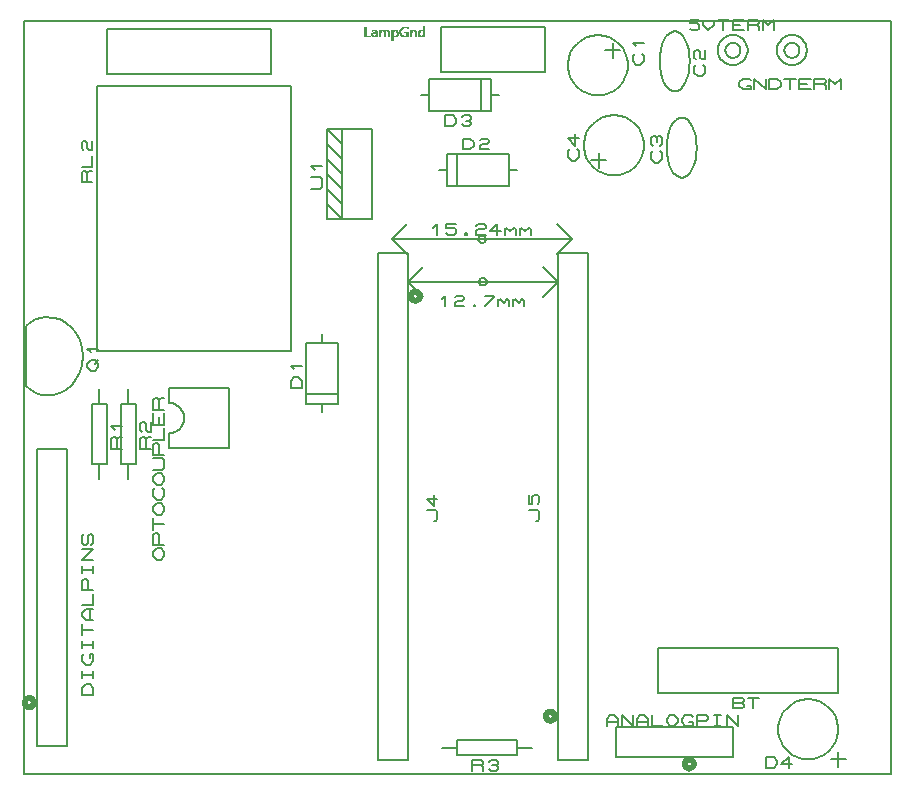
<source format=gbr>
G04 PROTEUS GERBER X2 FILE*
%TF.GenerationSoftware,Labcenter,Proteus,8.6-SP2-Build23525*%
%TF.CreationDate,2020-11-14T07:55:46+00:00*%
%TF.FileFunction,Legend,Top*%
%TF.FilePolarity,Positive*%
%TF.Part,Single*%
%FSLAX45Y45*%
%MOMM*%
G01*
%TA.AperFunction,Material*%
%ADD27C,0.508000*%
%ADD28C,0.152400*%
%ADD29C,0.203200*%
%TA.AperFunction,Profile*%
%ADD24C,0.203200*%
%TA.AperFunction,NonMaterial*%
%ADD72C,0.203200*%
%TA.AperFunction,Material*%
%ADD73C,0.063500*%
%TD.AperFunction*%
D27*
X+2101600Y+1917000D02*
X+2101469Y+1920158D01*
X+2100403Y+1926476D01*
X+2098172Y+1932794D01*
X+2094527Y+1939112D01*
X+2088952Y+1945351D01*
X+2082634Y+1949947D01*
X+2076316Y+1952880D01*
X+2069998Y+1954542D01*
X+2063680Y+1955100D01*
X+2063500Y+1955100D01*
X+2025400Y+1917000D02*
X+2025531Y+1920158D01*
X+2026597Y+1926476D01*
X+2028828Y+1932794D01*
X+2032473Y+1939112D01*
X+2038048Y+1945351D01*
X+2044366Y+1949947D01*
X+2050684Y+1952880D01*
X+2057002Y+1954542D01*
X+2063320Y+1955100D01*
X+2063500Y+1955100D01*
X+2025400Y+1917000D02*
X+2025531Y+1913842D01*
X+2026597Y+1907524D01*
X+2028828Y+1901206D01*
X+2032473Y+1894888D01*
X+2038048Y+1888649D01*
X+2044366Y+1884053D01*
X+2050684Y+1881120D01*
X+2057002Y+1879458D01*
X+2063320Y+1878900D01*
X+2063500Y+1878900D01*
X+2101600Y+1917000D02*
X+2101469Y+1913842D01*
X+2100403Y+1907524D01*
X+2098172Y+1901206D01*
X+2094527Y+1894888D01*
X+2088952Y+1888649D01*
X+2082634Y+1884053D01*
X+2076316Y+1881120D01*
X+2069998Y+1879458D01*
X+2063680Y+1878900D01*
X+2063500Y+1878900D01*
D28*
X+1746000Y+2285300D02*
X+1746000Y-2007300D01*
X+2000000Y-2007300D01*
X+2000000Y+2285300D01*
X+1746000Y+2285300D01*
D29*
X+2218440Y+12000D02*
X+2233680Y+12000D01*
X+2248920Y+27875D01*
X+2248920Y+91375D01*
X+2233680Y+107250D01*
X+2157480Y+107250D01*
X+2218440Y+234250D02*
X+2218440Y+139000D01*
X+2157480Y+202500D01*
X+2248920Y+202500D01*
D27*
X+3244600Y-1639000D02*
X+3244469Y-1635842D01*
X+3243403Y-1629524D01*
X+3241172Y-1623206D01*
X+3237527Y-1616888D01*
X+3231952Y-1610649D01*
X+3225634Y-1606053D01*
X+3219316Y-1603120D01*
X+3212998Y-1601458D01*
X+3206680Y-1600900D01*
X+3206500Y-1600900D01*
X+3168400Y-1639000D02*
X+3168531Y-1635842D01*
X+3169597Y-1629524D01*
X+3171828Y-1623206D01*
X+3175473Y-1616888D01*
X+3181048Y-1610649D01*
X+3187366Y-1606053D01*
X+3193684Y-1603120D01*
X+3200002Y-1601458D01*
X+3206320Y-1600900D01*
X+3206500Y-1600900D01*
X+3168400Y-1639000D02*
X+3168531Y-1642158D01*
X+3169597Y-1648476D01*
X+3171828Y-1654794D01*
X+3175473Y-1661112D01*
X+3181048Y-1667351D01*
X+3187366Y-1671947D01*
X+3193684Y-1674880D01*
X+3200002Y-1676542D01*
X+3206320Y-1677100D01*
X+3206500Y-1677100D01*
X+3244600Y-1639000D02*
X+3244469Y-1642158D01*
X+3243403Y-1648476D01*
X+3241172Y-1654794D01*
X+3237527Y-1661112D01*
X+3231952Y-1667351D01*
X+3225634Y-1671947D01*
X+3219316Y-1674880D01*
X+3212998Y-1676542D01*
X+3206680Y-1677100D01*
X+3206500Y-1677100D01*
D28*
X+3524000Y-2007300D02*
X+3524000Y+2285300D01*
X+3270000Y+2285300D01*
X+3270000Y-2007300D01*
X+3524000Y-2007300D01*
D29*
X+3082040Y+12000D02*
X+3097280Y+12000D01*
X+3112520Y+27875D01*
X+3112520Y+91375D01*
X+3097280Y+107250D01*
X+3021080Y+107250D01*
X+3021080Y+234250D02*
X+3021080Y+154875D01*
X+3051560Y+154875D01*
X+3051560Y+218375D01*
X+3066800Y+234250D01*
X+3097280Y+234250D01*
X+3112520Y+218375D01*
X+3112520Y+170750D01*
X+3097280Y+154875D01*
X+4115000Y-1440500D02*
X+5639000Y-1440500D01*
X+5639000Y-1059500D01*
X+4115000Y-1059500D01*
X+4115000Y-1440500D01*
X+4750000Y-1572580D02*
X+4750000Y-1481140D01*
X+4829375Y-1481140D01*
X+4845250Y-1496380D01*
X+4845250Y-1511620D01*
X+4829375Y-1526860D01*
X+4845250Y-1542100D01*
X+4845250Y-1557340D01*
X+4829375Y-1572580D01*
X+4750000Y-1572580D01*
X+4750000Y-1526860D02*
X+4829375Y-1526860D01*
X+4877000Y-1481140D02*
X+4972250Y-1481140D01*
X+4924625Y-1481140D02*
X+4924625Y-1572580D01*
D24*
X-1250000Y-2127000D02*
X+6087000Y-2127000D01*
X+6087000Y+4250000D01*
X-1250000Y+4250000D01*
X-1250000Y-2127000D01*
D72*
X+1865000Y+2401000D02*
X+3389000Y+2401000D01*
X+1865000Y+2401000D02*
X+1992000Y+2274000D01*
X+1865000Y+2401000D02*
X+1992000Y+2528000D01*
X+3389000Y+2401000D02*
X+3262000Y+2528000D01*
X+3389000Y+2401000D02*
X+3262000Y+2274000D01*
X+2658750Y+2401000D02*
X+2658641Y+2403634D01*
X+2657751Y+2408903D01*
X+2655889Y+2414172D01*
X+2652846Y+2419441D01*
X+2648191Y+2424643D01*
X+2642922Y+2428469D01*
X+2637653Y+2430909D01*
X+2632384Y+2432290D01*
X+2627115Y+2432750D01*
X+2627000Y+2432750D01*
X+2595250Y+2401000D02*
X+2595359Y+2403634D01*
X+2596249Y+2408903D01*
X+2598111Y+2414172D01*
X+2601154Y+2419441D01*
X+2605809Y+2424643D01*
X+2611078Y+2428469D01*
X+2616347Y+2430909D01*
X+2621616Y+2432290D01*
X+2626885Y+2432750D01*
X+2627000Y+2432750D01*
X+2595250Y+2401000D02*
X+2595359Y+2398366D01*
X+2596249Y+2393097D01*
X+2598111Y+2387828D01*
X+2601154Y+2382559D01*
X+2605809Y+2377357D01*
X+2611078Y+2373531D01*
X+2616347Y+2371091D01*
X+2621616Y+2369710D01*
X+2626885Y+2369250D01*
X+2627000Y+2369250D01*
X+2658750Y+2401000D02*
X+2658641Y+2398366D01*
X+2657751Y+2393097D01*
X+2655889Y+2387828D01*
X+2652846Y+2382559D01*
X+2648191Y+2377357D01*
X+2642922Y+2373531D01*
X+2637653Y+2371091D01*
X+2632384Y+2369710D01*
X+2627115Y+2369250D01*
X+2627000Y+2369250D01*
X+2214250Y+2498600D02*
X+2246000Y+2529080D01*
X+2246000Y+2437640D01*
X+2404750Y+2529080D02*
X+2325375Y+2529080D01*
X+2325375Y+2498600D01*
X+2388875Y+2498600D01*
X+2404750Y+2483360D01*
X+2404750Y+2452880D01*
X+2388875Y+2437640D01*
X+2341250Y+2437640D01*
X+2325375Y+2452880D01*
X+2484125Y+2452880D02*
X+2500000Y+2452880D01*
X+2500000Y+2437640D01*
X+2484125Y+2437640D01*
X+2484125Y+2452880D01*
X+2579375Y+2513840D02*
X+2595250Y+2529080D01*
X+2642875Y+2529080D01*
X+2658750Y+2513840D01*
X+2658750Y+2498600D01*
X+2642875Y+2483360D01*
X+2595250Y+2483360D01*
X+2579375Y+2468120D01*
X+2579375Y+2437640D01*
X+2658750Y+2437640D01*
X+2785750Y+2468120D02*
X+2690500Y+2468120D01*
X+2754000Y+2529080D01*
X+2754000Y+2437640D01*
X+2817500Y+2437640D02*
X+2817500Y+2498600D01*
X+2817500Y+2483360D02*
X+2833375Y+2498600D01*
X+2865125Y+2468120D01*
X+2896875Y+2498600D01*
X+2912750Y+2483360D01*
X+2912750Y+2437640D01*
X+2944500Y+2437640D02*
X+2944500Y+2498600D01*
X+2944500Y+2483360D02*
X+2960375Y+2498600D01*
X+2992125Y+2468120D01*
X+3023875Y+2498600D01*
X+3039750Y+2483360D01*
X+3039750Y+2437640D01*
X+2000000Y+2040000D02*
X+3270000Y+2040000D01*
X+2000000Y+2040000D02*
X+2127000Y+1913000D01*
X+2000000Y+2040000D02*
X+2127000Y+2167000D01*
X+3270000Y+2040000D02*
X+3143000Y+2167000D01*
X+3270000Y+2040000D02*
X+3143000Y+1913000D01*
X+2666750Y+2040000D02*
X+2666641Y+2042634D01*
X+2665751Y+2047903D01*
X+2663889Y+2053172D01*
X+2660846Y+2058441D01*
X+2656191Y+2063643D01*
X+2650922Y+2067469D01*
X+2645653Y+2069909D01*
X+2640384Y+2071290D01*
X+2635115Y+2071750D01*
X+2635000Y+2071750D01*
X+2603250Y+2040000D02*
X+2603359Y+2042634D01*
X+2604249Y+2047903D01*
X+2606111Y+2053172D01*
X+2609154Y+2058441D01*
X+2613809Y+2063643D01*
X+2619078Y+2067469D01*
X+2624347Y+2069909D01*
X+2629616Y+2071290D01*
X+2634885Y+2071750D01*
X+2635000Y+2071750D01*
X+2603250Y+2040000D02*
X+2603359Y+2037366D01*
X+2604249Y+2032097D01*
X+2606111Y+2026828D01*
X+2609154Y+2021559D01*
X+2613809Y+2016357D01*
X+2619078Y+2012531D01*
X+2624347Y+2010091D01*
X+2629616Y+2008710D01*
X+2634885Y+2008250D01*
X+2635000Y+2008250D01*
X+2666750Y+2040000D02*
X+2666641Y+2037366D01*
X+2665751Y+2032097D01*
X+2663889Y+2026828D01*
X+2660846Y+2021559D01*
X+2656191Y+2016357D01*
X+2650922Y+2012531D01*
X+2645653Y+2010091D01*
X+2640384Y+2008710D01*
X+2635115Y+2008250D01*
X+2635000Y+2008250D01*
X+2285750Y+1891600D02*
X+2317500Y+1922080D01*
X+2317500Y+1830640D01*
X+2396875Y+1906840D02*
X+2412750Y+1922080D01*
X+2460375Y+1922080D01*
X+2476250Y+1906840D01*
X+2476250Y+1891600D01*
X+2460375Y+1876360D01*
X+2412750Y+1876360D01*
X+2396875Y+1861120D01*
X+2396875Y+1830640D01*
X+2476250Y+1830640D01*
X+2555625Y+1845880D02*
X+2571500Y+1845880D01*
X+2571500Y+1830640D01*
X+2555625Y+1830640D01*
X+2555625Y+1845880D01*
X+2650875Y+1922080D02*
X+2730250Y+1922080D01*
X+2730250Y+1906840D01*
X+2650875Y+1830640D01*
X+2762000Y+1830640D02*
X+2762000Y+1891600D01*
X+2762000Y+1876360D02*
X+2777875Y+1891600D01*
X+2809625Y+1861120D01*
X+2841375Y+1891600D01*
X+2857250Y+1876360D01*
X+2857250Y+1830640D01*
X+2889000Y+1830640D02*
X+2889000Y+1891600D01*
X+2889000Y+1876360D02*
X+2904875Y+1891600D01*
X+2936625Y+1861120D01*
X+2968375Y+1891600D01*
X+2984250Y+1876360D01*
X+2984250Y+1830640D01*
D29*
X+2278000Y+3817000D02*
X+3163000Y+3817000D01*
X+3163000Y+4198000D01*
X+2278000Y+4198000D01*
X+2278000Y+3817000D01*
X-631000Y+1450000D02*
X+1009000Y+1450000D01*
X+1009000Y+3700000D01*
X-631000Y+3700000D01*
X-631000Y+1450000D01*
X-671640Y+2884500D02*
X-763080Y+2884500D01*
X-763080Y+2963875D01*
X-747840Y+2979750D01*
X-732600Y+2979750D01*
X-717360Y+2963875D01*
X-717360Y+2884500D01*
X-717360Y+2963875D02*
X-702120Y+2979750D01*
X-671640Y+2979750D01*
X-763080Y+3011500D02*
X-671640Y+3011500D01*
X-671640Y+3106750D01*
X-747840Y+3154375D02*
X-763080Y+3170250D01*
X-763080Y+3217875D01*
X-747840Y+3233750D01*
X-732600Y+3233750D01*
X-717360Y+3217875D01*
X-717360Y+3170250D01*
X-702120Y+3154375D01*
X-671640Y+3154375D01*
X-671640Y+3233750D01*
X-24000Y+1012000D02*
X-24000Y+1139000D01*
X+484000Y+1139000D01*
X+484000Y+631000D01*
X-24000Y+631000D01*
X-24000Y+758000D01*
X+103000Y+885000D02*
X+100564Y+910876D01*
X+93515Y+934848D01*
X+82238Y+956438D01*
X+67122Y+975170D01*
X+48554Y+990569D01*
X+26919Y+1002158D01*
X+2606Y+1009460D01*
X-24000Y+1012000D01*
X+103000Y+885000D02*
X+100564Y+858394D01*
X+93515Y+834081D01*
X+82238Y+812446D01*
X+67122Y+793878D01*
X+48554Y+778762D01*
X+26919Y+767485D01*
X+2606Y+760436D01*
X-24000Y+758000D01*
X-125600Y-313500D02*
X-156080Y-281750D01*
X-156080Y-250000D01*
X-125600Y-218250D01*
X-95120Y-218250D01*
X-64640Y-250000D01*
X-64640Y-281750D01*
X-95120Y-313500D01*
X-125600Y-313500D01*
X-64640Y-186500D02*
X-156080Y-186500D01*
X-156080Y-107125D01*
X-140840Y-91250D01*
X-125600Y-91250D01*
X-110360Y-107125D01*
X-110360Y-186500D01*
X-156080Y-59500D02*
X-156080Y+35750D01*
X-156080Y-11875D02*
X-64640Y-11875D01*
X-125600Y+67500D02*
X-156080Y+99250D01*
X-156080Y+131000D01*
X-125600Y+162750D01*
X-95120Y+162750D01*
X-64640Y+131000D01*
X-64640Y+99250D01*
X-95120Y+67500D01*
X-125600Y+67500D01*
X-79880Y+289750D02*
X-64640Y+273875D01*
X-64640Y+226250D01*
X-95120Y+194500D01*
X-125600Y+194500D01*
X-156080Y+226250D01*
X-156080Y+273875D01*
X-140840Y+289750D01*
X-125600Y+321500D02*
X-156080Y+353250D01*
X-156080Y+385000D01*
X-125600Y+416750D01*
X-95120Y+416750D01*
X-64640Y+385000D01*
X-64640Y+353250D01*
X-95120Y+321500D01*
X-125600Y+321500D01*
X-156080Y+448500D02*
X-79880Y+448500D01*
X-64640Y+464375D01*
X-64640Y+527875D01*
X-79880Y+543750D01*
X-156080Y+543750D01*
X-64640Y+575500D02*
X-156080Y+575500D01*
X-156080Y+654875D01*
X-140840Y+670750D01*
X-125600Y+670750D01*
X-110360Y+654875D01*
X-110360Y+575500D01*
X-156080Y+702500D02*
X-64640Y+702500D01*
X-64640Y+797750D01*
X-64640Y+924750D02*
X-64640Y+829500D01*
X-156080Y+829500D01*
X-156080Y+924750D01*
X-110360Y+829500D02*
X-110360Y+893000D01*
X-64640Y+956500D02*
X-156080Y+956500D01*
X-156080Y+1035875D01*
X-140840Y+1051750D01*
X-125600Y+1051750D01*
X-110360Y+1035875D01*
X-110360Y+956500D01*
X-110360Y+1035875D02*
X-95120Y+1051750D01*
X-64640Y+1051750D01*
X-548000Y+3802000D02*
X+837000Y+3802000D01*
X+837000Y+4183000D01*
X-548000Y+4183000D01*
X-548000Y+3802000D01*
X+1441000Y+2575000D02*
X+1695000Y+2575000D01*
X+1695000Y+3337000D01*
X+1441000Y+3337000D01*
X+1441000Y+2575000D01*
X+1314000Y+2575000D01*
X+1314000Y+3337000D01*
X+1441000Y+3337000D01*
X+1441000Y+2575000D02*
X+1314000Y+2702000D01*
X+1441000Y+2702000D02*
X+1314000Y+2829000D01*
X+1441000Y+2829000D02*
X+1314000Y+2956000D01*
X+1441000Y+2956000D02*
X+1314000Y+3083000D01*
X+1441000Y+3083000D02*
X+1314000Y+3210000D01*
X+1441000Y+3210000D02*
X+1314000Y+3337000D01*
X+1181920Y+2829000D02*
X+1258120Y+2829000D01*
X+1273360Y+2844875D01*
X+1273360Y+2908375D01*
X+1258120Y+2924250D01*
X+1181920Y+2924250D01*
X+1212400Y+2987750D02*
X+1181920Y+3019500D01*
X+1273360Y+3019500D01*
X-1237100Y+1663000D02*
X-1237100Y+1155000D01*
X-1072000Y+1739200D02*
X-1110298Y+1734438D01*
X-1149788Y+1720150D01*
X-1191658Y+1696338D01*
X-1237100Y+1663000D01*
X-1072000Y+1739200D02*
X-1007082Y+1736569D01*
X-947047Y+1720088D01*
X-893058Y+1691161D01*
X-846278Y+1651193D01*
X-807869Y+1601588D01*
X-778995Y+1543751D01*
X-760818Y+1479087D01*
X-754500Y+1409000D01*
X-1072000Y+1078800D02*
X-1110298Y+1083562D01*
X-1149788Y+1097850D01*
X-1191658Y+1121662D01*
X-1237100Y+1155000D01*
X-1072000Y+1078800D02*
X-1007082Y+1081431D01*
X-947047Y+1097912D01*
X-893058Y+1126839D01*
X-846278Y+1166807D01*
X-807869Y+1216412D01*
X-778995Y+1274249D01*
X-760818Y+1338913D01*
X-754500Y+1409000D01*
X-683380Y+1282000D02*
X-713860Y+1313750D01*
X-713860Y+1345500D01*
X-683380Y+1377250D01*
X-652900Y+1377250D01*
X-622420Y+1345500D01*
X-622420Y+1313750D01*
X-652900Y+1282000D01*
X-683380Y+1282000D01*
X-652900Y+1345500D02*
X-622420Y+1377250D01*
X-683380Y+1440750D02*
X-713860Y+1472500D01*
X-622420Y+1472500D01*
X+1139380Y+1006920D02*
X+1406080Y+1006920D01*
X+1406080Y+1525080D01*
X+1139380Y+1525080D01*
X+1139380Y+1006920D01*
X+1141920Y+1088200D02*
X+1403540Y+1088200D01*
X+1274000Y+935800D02*
X+1274000Y+1006920D01*
X+1274000Y+1525080D02*
X+1274000Y+1596200D01*
X+1098740Y+1139000D02*
X+1007300Y+1139000D01*
X+1007300Y+1202500D01*
X+1037780Y+1234250D01*
X+1068260Y+1234250D01*
X+1098740Y+1202500D01*
X+1098740Y+1139000D01*
X+1037780Y+1297750D02*
X+1007300Y+1329500D01*
X+1098740Y+1329500D01*
X+2332920Y+2852920D02*
X+2851080Y+2852920D01*
X+2851080Y+3119620D01*
X+2332920Y+3119620D01*
X+2332920Y+2852920D01*
X+2414200Y+3117080D02*
X+2414200Y+2855460D01*
X+2261800Y+2985000D02*
X+2332920Y+2985000D01*
X+2851080Y+2985000D02*
X+2922200Y+2985000D01*
X+2465000Y+3160260D02*
X+2465000Y+3251700D01*
X+2528500Y+3251700D01*
X+2560250Y+3221220D01*
X+2560250Y+3190740D01*
X+2528500Y+3160260D01*
X+2465000Y+3160260D01*
X+2607875Y+3236460D02*
X+2623750Y+3251700D01*
X+2671375Y+3251700D01*
X+2687250Y+3236460D01*
X+2687250Y+3221220D01*
X+2671375Y+3205980D01*
X+2623750Y+3205980D01*
X+2607875Y+3190740D01*
X+2607875Y+3160260D01*
X+2687250Y+3160260D01*
X+2181920Y+3488380D02*
X+2700080Y+3488380D01*
X+2700080Y+3755080D01*
X+2181920Y+3755080D01*
X+2181920Y+3488380D01*
X+2618800Y+3490920D02*
X+2618800Y+3752540D01*
X+2771200Y+3623000D02*
X+2700080Y+3623000D01*
X+2181920Y+3623000D02*
X+2110800Y+3623000D01*
X+2314000Y+3356300D02*
X+2314000Y+3447740D01*
X+2377500Y+3447740D01*
X+2409250Y+3417260D01*
X+2409250Y+3386780D01*
X+2377500Y+3356300D01*
X+2314000Y+3356300D01*
X+2456875Y+3432500D02*
X+2472750Y+3447740D01*
X+2520375Y+3447740D01*
X+2536250Y+3432500D01*
X+2536250Y+3417260D01*
X+2520375Y+3402020D01*
X+2536250Y+3386780D01*
X+2536250Y+3371540D01*
X+2520375Y+3356300D01*
X+2472750Y+3356300D01*
X+2456875Y+3371540D01*
X+2488625Y+3402020D02*
X+2520375Y+3402020D01*
D73*
X+1859220Y+4086914D02*
X+1869380Y+4086914D01*
X+1859220Y+4091994D02*
X+1869380Y+4091994D01*
X+1859220Y+4097074D02*
X+1869380Y+4097074D01*
X+1859220Y+4102154D02*
X+1869380Y+4102154D01*
X+1859220Y+4107234D02*
X+1869380Y+4107234D01*
X+1859220Y+4112314D02*
X+1869380Y+4112314D01*
X+1630620Y+4117394D02*
X+1681420Y+4117394D01*
X+1696660Y+4117394D02*
X+1716980Y+4117394D01*
X+1727140Y+4117394D02*
X+1737300Y+4117394D01*
X+1752540Y+4117394D02*
X+1762700Y+4117394D01*
X+1793180Y+4117394D02*
X+1803340Y+4117394D01*
X+1828740Y+4117394D02*
X+1838900Y+4117394D01*
X+1859220Y+4117394D02*
X+1869380Y+4117394D01*
X+1879540Y+4117394D02*
X+1899860Y+4117394D01*
X+1950660Y+4117394D02*
X+1986220Y+4117394D01*
X+2016700Y+4117394D02*
X+2026860Y+4117394D01*
X+2057340Y+4117394D02*
X+2067500Y+4117394D01*
X+2097980Y+4117394D02*
X+2118300Y+4117394D01*
X+2128460Y+4117394D02*
X+2138620Y+4117394D01*
X+1630620Y+4122474D02*
X+1681420Y+4122474D01*
X+1691580Y+4122474D02*
X+1722060Y+4122474D01*
X+1727140Y+4122474D02*
X+1737300Y+4122474D01*
X+1752540Y+4122474D02*
X+1762700Y+4122474D01*
X+1793180Y+4122474D02*
X+1803340Y+4122474D01*
X+1828740Y+4122474D02*
X+1838900Y+4122474D01*
X+1859220Y+4122474D02*
X+1904940Y+4122474D01*
X+1940500Y+4122474D02*
X+1996380Y+4122474D01*
X+2016700Y+4122474D02*
X+2026860Y+4122474D01*
X+2057340Y+4122474D02*
X+2067500Y+4122474D01*
X+2087820Y+4122474D02*
X+2123380Y+4122474D01*
X+2128460Y+4122474D02*
X+2138620Y+4122474D01*
X+1630620Y+4127554D02*
X+1640780Y+4127554D01*
X+1686500Y+4127554D02*
X+1701740Y+4127554D01*
X+1716980Y+4127554D02*
X+1737300Y+4127554D01*
X+1752540Y+4127554D02*
X+1762700Y+4127554D01*
X+1793180Y+4127554D02*
X+1803340Y+4127554D01*
X+1828740Y+4127554D02*
X+1838900Y+4127554D01*
X+1859220Y+4127554D02*
X+1874460Y+4127554D01*
X+1894780Y+4127554D02*
X+1910020Y+4127554D01*
X+1935420Y+4127554D02*
X+1955740Y+4127554D01*
X+1981140Y+4127554D02*
X+1996380Y+4127554D01*
X+2016700Y+4127554D02*
X+2026860Y+4127554D01*
X+2057340Y+4127554D02*
X+2067500Y+4127554D01*
X+2087820Y+4127554D02*
X+2103060Y+4127554D01*
X+2118300Y+4127554D02*
X+2138620Y+4127554D01*
X+1630620Y+4132634D02*
X+1640780Y+4132634D01*
X+1686500Y+4132634D02*
X+1696660Y+4132634D01*
X+1722060Y+4132634D02*
X+1737300Y+4132634D01*
X+1752540Y+4132634D02*
X+1762700Y+4132634D01*
X+1793180Y+4132634D02*
X+1803340Y+4132634D01*
X+1828740Y+4132634D02*
X+1838900Y+4132634D01*
X+1859220Y+4132634D02*
X+1869380Y+4132634D01*
X+1899860Y+4132634D02*
X+1915100Y+4132634D01*
X+1930340Y+4132634D02*
X+1945580Y+4132634D01*
X+1986220Y+4132634D02*
X+1996380Y+4132634D01*
X+2016700Y+4132634D02*
X+2026860Y+4132634D01*
X+2057340Y+4132634D02*
X+2067500Y+4132634D01*
X+2082740Y+4132634D02*
X+2097980Y+4132634D01*
X+2123380Y+4132634D02*
X+2138620Y+4132634D01*
X+1630620Y+4137714D02*
X+1640780Y+4137714D01*
X+1686500Y+4137714D02*
X+1696660Y+4137714D01*
X+1727140Y+4137714D02*
X+1737300Y+4137714D01*
X+1752540Y+4137714D02*
X+1762700Y+4137714D01*
X+1793180Y+4137714D02*
X+1803340Y+4137714D01*
X+1828740Y+4137714D02*
X+1838900Y+4137714D01*
X+1859220Y+4137714D02*
X+1869380Y+4137714D01*
X+1904940Y+4137714D02*
X+1915100Y+4137714D01*
X+1930340Y+4137714D02*
X+1940500Y+4137714D01*
X+1986220Y+4137714D02*
X+1996380Y+4137714D01*
X+2016700Y+4137714D02*
X+2026860Y+4137714D01*
X+2057340Y+4137714D02*
X+2067500Y+4137714D01*
X+2082740Y+4137714D02*
X+2092900Y+4137714D01*
X+2128460Y+4137714D02*
X+2138620Y+4137714D01*
X+1630620Y+4142794D02*
X+1640780Y+4142794D01*
X+1686500Y+4142794D02*
X+1706820Y+4142794D01*
X+1727140Y+4142794D02*
X+1737300Y+4142794D01*
X+1752540Y+4142794D02*
X+1762700Y+4142794D01*
X+1793180Y+4142794D02*
X+1803340Y+4142794D01*
X+1828740Y+4142794D02*
X+1838900Y+4142794D01*
X+1859220Y+4142794D02*
X+1869380Y+4142794D01*
X+1904940Y+4142794D02*
X+1915100Y+4142794D01*
X+1925260Y+4142794D02*
X+1940500Y+4142794D01*
X+1986220Y+4142794D02*
X+1996380Y+4142794D01*
X+2016700Y+4142794D02*
X+2026860Y+4142794D01*
X+2057340Y+4142794D02*
X+2067500Y+4142794D01*
X+2082740Y+4142794D02*
X+2092900Y+4142794D01*
X+2128460Y+4142794D02*
X+2138620Y+4142794D01*
X+1630620Y+4147874D02*
X+1640780Y+4147874D01*
X+1691580Y+4147874D02*
X+1737300Y+4147874D01*
X+1752540Y+4147874D02*
X+1762700Y+4147874D01*
X+1793180Y+4147874D02*
X+1803340Y+4147874D01*
X+1828740Y+4147874D02*
X+1838900Y+4147874D01*
X+1859220Y+4147874D02*
X+1869380Y+4147874D01*
X+1904940Y+4147874D02*
X+1915100Y+4147874D01*
X+1925260Y+4147874D02*
X+1935420Y+4147874D01*
X+1986220Y+4147874D02*
X+1996380Y+4147874D01*
X+2016700Y+4147874D02*
X+2026860Y+4147874D01*
X+2057340Y+4147874D02*
X+2067500Y+4147874D01*
X+2082740Y+4147874D02*
X+2092900Y+4147874D01*
X+2128460Y+4147874D02*
X+2138620Y+4147874D01*
X+1630620Y+4152954D02*
X+1640780Y+4152954D01*
X+1706820Y+4152954D02*
X+1737300Y+4152954D01*
X+1752540Y+4152954D02*
X+1762700Y+4152954D01*
X+1793180Y+4152954D02*
X+1803340Y+4152954D01*
X+1828740Y+4152954D02*
X+1838900Y+4152954D01*
X+1859220Y+4152954D02*
X+1869380Y+4152954D01*
X+1904940Y+4152954D02*
X+1915100Y+4152954D01*
X+1925260Y+4152954D02*
X+1935420Y+4152954D01*
X+1965900Y+4152954D02*
X+1996380Y+4152954D01*
X+2016700Y+4152954D02*
X+2026860Y+4152954D01*
X+2057340Y+4152954D02*
X+2067500Y+4152954D01*
X+2082740Y+4152954D02*
X+2092900Y+4152954D01*
X+2128460Y+4152954D02*
X+2138620Y+4152954D01*
X+1630620Y+4158034D02*
X+1640780Y+4158034D01*
X+1727140Y+4158034D02*
X+1737300Y+4158034D01*
X+1752540Y+4158034D02*
X+1767780Y+4158034D01*
X+1793180Y+4158034D02*
X+1808420Y+4158034D01*
X+1828740Y+4158034D02*
X+1838900Y+4158034D01*
X+1859220Y+4158034D02*
X+1874460Y+4158034D01*
X+1899860Y+4158034D02*
X+1915100Y+4158034D01*
X+1925260Y+4158034D02*
X+1935420Y+4158034D01*
X+1965900Y+4158034D02*
X+1996380Y+4158034D01*
X+2016700Y+4158034D02*
X+2031940Y+4158034D01*
X+2057340Y+4158034D02*
X+2067500Y+4158034D01*
X+2082740Y+4158034D02*
X+2097980Y+4158034D01*
X+2128460Y+4158034D02*
X+2138620Y+4158034D01*
X+1630620Y+4163114D02*
X+1640780Y+4163114D01*
X+1691580Y+4163114D02*
X+1696660Y+4163114D01*
X+1722060Y+4163114D02*
X+1737300Y+4163114D01*
X+1752540Y+4163114D02*
X+1767780Y+4163114D01*
X+1788100Y+4163114D02*
X+1808420Y+4163114D01*
X+1823660Y+4163114D02*
X+1838900Y+4163114D01*
X+1859220Y+4163114D02*
X+1879540Y+4163114D01*
X+1899860Y+4163114D02*
X+1910020Y+4163114D01*
X+1925260Y+4163114D02*
X+1935420Y+4163114D01*
X+2016700Y+4163114D02*
X+2037020Y+4163114D01*
X+2052260Y+4163114D02*
X+2067500Y+4163114D01*
X+2087820Y+4163114D02*
X+2103060Y+4163114D01*
X+2123380Y+4163114D02*
X+2138620Y+4163114D01*
X+1630620Y+4168194D02*
X+1640780Y+4168194D01*
X+1691580Y+4168194D02*
X+1732220Y+4168194D01*
X+1752540Y+4168194D02*
X+1762700Y+4168194D01*
X+1767780Y+4168194D02*
X+1798260Y+4168194D01*
X+1803340Y+4168194D02*
X+1833820Y+4168194D01*
X+1859220Y+4168194D02*
X+1869380Y+4168194D01*
X+1874460Y+4168194D02*
X+1910020Y+4168194D01*
X+1925260Y+4168194D02*
X+1935420Y+4168194D01*
X+2016700Y+4168194D02*
X+2026860Y+4168194D01*
X+2031940Y+4168194D02*
X+2062420Y+4168194D01*
X+2092900Y+4168194D02*
X+2138620Y+4168194D01*
X+1630620Y+4173274D02*
X+1640780Y+4173274D01*
X+1696660Y+4173274D02*
X+1727140Y+4173274D01*
X+1752540Y+4173274D02*
X+1762700Y+4173274D01*
X+1772860Y+4173274D02*
X+1793180Y+4173274D01*
X+1808420Y+4173274D02*
X+1828740Y+4173274D01*
X+1859220Y+4173274D02*
X+1869380Y+4173274D01*
X+1879540Y+4173274D02*
X+1899860Y+4173274D01*
X+1930340Y+4173274D02*
X+1940500Y+4173274D01*
X+2016700Y+4173274D02*
X+2026860Y+4173274D01*
X+2037020Y+4173274D02*
X+2057340Y+4173274D01*
X+2097980Y+4173274D02*
X+2118300Y+4173274D01*
X+2128460Y+4173274D02*
X+2138620Y+4173274D01*
X+1630620Y+4178354D02*
X+1640780Y+4178354D01*
X+1930340Y+4178354D02*
X+1940500Y+4178354D01*
X+2128460Y+4178354D02*
X+2138620Y+4178354D01*
X+1630620Y+4183434D02*
X+1640780Y+4183434D01*
X+1935420Y+4183434D02*
X+1945580Y+4183434D01*
X+2128460Y+4183434D02*
X+2138620Y+4183434D01*
X+1630620Y+4188514D02*
X+1640780Y+4188514D01*
X+1940500Y+4188514D02*
X+1955740Y+4188514D01*
X+1991300Y+4188514D02*
X+1996380Y+4188514D01*
X+2128460Y+4188514D02*
X+2138620Y+4188514D01*
X+1630620Y+4193594D02*
X+1640780Y+4193594D01*
X+1945580Y+4193594D02*
X+1996380Y+4193594D01*
X+2128460Y+4193594D02*
X+2138620Y+4193594D01*
X+1630620Y+4198674D02*
X+1640780Y+4198674D01*
X+1955740Y+4198674D02*
X+1991300Y+4198674D01*
X+2128460Y+4198674D02*
X+2138620Y+4198674D01*
X+2128460Y+4203754D02*
X+2138620Y+4203754D01*
D29*
X+4258000Y+4160000D02*
X+4283876Y+4154920D01*
X+4307848Y+4140315D01*
X+4329438Y+4117138D01*
X+4348170Y+4086340D01*
X+4363569Y+4048875D01*
X+4375158Y+4005695D01*
X+4382460Y+3957752D01*
X+4385000Y+3906000D01*
X+4258000Y+3652000D02*
X+4283876Y+3657080D01*
X+4307848Y+3671685D01*
X+4329438Y+3694862D01*
X+4348170Y+3725660D01*
X+4363569Y+3763125D01*
X+4375158Y+3806305D01*
X+4382460Y+3854248D01*
X+4385000Y+3906000D01*
X+4258000Y+4160000D02*
X+4232124Y+4154920D01*
X+4208152Y+4140315D01*
X+4186562Y+4117138D01*
X+4167830Y+4086340D01*
X+4152431Y+4048875D01*
X+4140842Y+4005695D01*
X+4133540Y+3957752D01*
X+4131000Y+3906000D01*
X+4258000Y+3652000D02*
X+4232124Y+3657080D01*
X+4208152Y+3671685D01*
X+4186562Y+3694862D01*
X+4167830Y+3725660D01*
X+4152431Y+3763125D01*
X+4140842Y+3806305D01*
X+4133540Y+3854248D01*
X+4131000Y+3906000D01*
X+4501840Y+3874250D02*
X+4517080Y+3858375D01*
X+4517080Y+3810750D01*
X+4486600Y+3779000D01*
X+4456120Y+3779000D01*
X+4425640Y+3810750D01*
X+4425640Y+3858375D01*
X+4440880Y+3874250D01*
X+4440880Y+3921875D02*
X+4425640Y+3937750D01*
X+4425640Y+3985375D01*
X+4440880Y+4001250D01*
X+4456120Y+4001250D01*
X+4471360Y+3985375D01*
X+4471360Y+3937750D01*
X+4486600Y+3921875D01*
X+4517080Y+3921875D01*
X+4517080Y+4001250D01*
X+3862000Y+3872000D02*
X+3861173Y+3892483D01*
X+3854455Y+3933450D01*
X+3840437Y+3974417D01*
X+3817659Y+4015384D01*
X+3782859Y+4056229D01*
X+3741892Y+4087845D01*
X+3700925Y+4108392D01*
X+3659958Y+4120629D01*
X+3618991Y+4125762D01*
X+3608000Y+4126000D01*
X+3354000Y+3872000D02*
X+3354827Y+3892483D01*
X+3361545Y+3933450D01*
X+3375563Y+3974417D01*
X+3398341Y+4015384D01*
X+3433141Y+4056229D01*
X+3474108Y+4087845D01*
X+3515075Y+4108392D01*
X+3556042Y+4120629D01*
X+3597009Y+4125762D01*
X+3608000Y+4126000D01*
X+3354000Y+3872000D02*
X+3354827Y+3851517D01*
X+3361545Y+3810550D01*
X+3375563Y+3769583D01*
X+3398341Y+3728616D01*
X+3433141Y+3687771D01*
X+3474108Y+3656155D01*
X+3515075Y+3635608D01*
X+3556042Y+3623371D01*
X+3597009Y+3618238D01*
X+3608000Y+3618000D01*
X+3862000Y+3872000D02*
X+3861173Y+3851517D01*
X+3854455Y+3810550D01*
X+3840437Y+3769583D01*
X+3817659Y+3728616D01*
X+3782859Y+3687771D01*
X+3741892Y+3656155D01*
X+3700925Y+3635608D01*
X+3659958Y+3623371D01*
X+3618991Y+3618238D01*
X+3608000Y+3618000D01*
X+3735000Y+4062500D02*
X+3735000Y+3935500D01*
X+3798500Y+3999000D02*
X+3671500Y+3999000D01*
X+3978840Y+3968170D02*
X+3994080Y+3952295D01*
X+3994080Y+3904670D01*
X+3963600Y+3872920D01*
X+3933120Y+3872920D01*
X+3902640Y+3904670D01*
X+3902640Y+3952295D01*
X+3917880Y+3968170D01*
X+3933120Y+4031670D02*
X+3902640Y+4063420D01*
X+3994080Y+4063420D01*
X+3997000Y+3194000D02*
X+3996173Y+3214483D01*
X+3989455Y+3255450D01*
X+3975437Y+3296417D01*
X+3952659Y+3337384D01*
X+3917859Y+3378229D01*
X+3876892Y+3409845D01*
X+3835925Y+3430392D01*
X+3794958Y+3442629D01*
X+3753991Y+3447762D01*
X+3743000Y+3448000D01*
X+3489000Y+3194000D02*
X+3489827Y+3214483D01*
X+3496545Y+3255450D01*
X+3510563Y+3296417D01*
X+3533341Y+3337384D01*
X+3568141Y+3378229D01*
X+3609108Y+3409845D01*
X+3650075Y+3430392D01*
X+3691042Y+3442629D01*
X+3732009Y+3447762D01*
X+3743000Y+3448000D01*
X+3489000Y+3194000D02*
X+3489827Y+3173517D01*
X+3496545Y+3132550D01*
X+3510563Y+3091583D01*
X+3533341Y+3050616D01*
X+3568141Y+3009771D01*
X+3609108Y+2978155D01*
X+3650075Y+2957608D01*
X+3691042Y+2945371D01*
X+3732009Y+2940238D01*
X+3743000Y+2940000D01*
X+3997000Y+3194000D02*
X+3996173Y+3173517D01*
X+3989455Y+3132550D01*
X+3975437Y+3091583D01*
X+3952659Y+3050616D01*
X+3917859Y+3009771D01*
X+3876892Y+2978155D01*
X+3835925Y+2957608D01*
X+3794958Y+2945371D01*
X+3753991Y+2940238D01*
X+3743000Y+2940000D01*
X+3616000Y+3003500D02*
X+3616000Y+3130500D01*
X+3552500Y+3067000D02*
X+3679500Y+3067000D01*
X+3433120Y+3161330D02*
X+3448360Y+3145455D01*
X+3448360Y+3097830D01*
X+3417880Y+3066080D01*
X+3387400Y+3066080D01*
X+3356920Y+3097830D01*
X+3356920Y+3145455D01*
X+3372160Y+3161330D01*
X+3417880Y+3288330D02*
X+3417880Y+3193080D01*
X+3356920Y+3256580D01*
X+3448360Y+3256580D01*
X+4318000Y+2921000D02*
X+4292124Y+2926080D01*
X+4268152Y+2940685D01*
X+4246562Y+2963862D01*
X+4227830Y+2994660D01*
X+4212431Y+3032125D01*
X+4200842Y+3075305D01*
X+4193540Y+3123248D01*
X+4191000Y+3175000D01*
X+4318000Y+3429000D02*
X+4292124Y+3423920D01*
X+4268152Y+3409315D01*
X+4246562Y+3386138D01*
X+4227830Y+3355340D01*
X+4212431Y+3317875D01*
X+4200842Y+3274695D01*
X+4193540Y+3226752D01*
X+4191000Y+3175000D01*
X+4318000Y+2921000D02*
X+4343876Y+2926080D01*
X+4367848Y+2940685D01*
X+4389438Y+2963862D01*
X+4408170Y+2994660D01*
X+4423569Y+3032125D01*
X+4435158Y+3075305D01*
X+4442460Y+3123248D01*
X+4445000Y+3175000D01*
X+4318000Y+3429000D02*
X+4343876Y+3423920D01*
X+4367848Y+3409315D01*
X+4389438Y+3386138D01*
X+4408170Y+3355340D01*
X+4423569Y+3317875D01*
X+4435158Y+3274695D01*
X+4442460Y+3226752D01*
X+4445000Y+3175000D01*
X+4135120Y+3143250D02*
X+4150360Y+3127375D01*
X+4150360Y+3079750D01*
X+4119880Y+3048000D01*
X+4089400Y+3048000D01*
X+4058920Y+3079750D01*
X+4058920Y+3127375D01*
X+4074160Y+3143250D01*
X+4074160Y+3190875D02*
X+4058920Y+3206750D01*
X+4058920Y+3254375D01*
X+4074160Y+3270250D01*
X+4089400Y+3270250D01*
X+4104640Y+3254375D01*
X+4119880Y+3270250D01*
X+4135120Y+3270250D01*
X+4150360Y+3254375D01*
X+4150360Y+3206750D01*
X+4135120Y+3190875D01*
X+4104640Y+3222625D02*
X+4104640Y+3254375D01*
X-369000Y+1135000D02*
X-369000Y+1008000D01*
X-432500Y+500000D02*
X-305500Y+500000D01*
X-305500Y+1008000D01*
X-432500Y+1008000D01*
X-432500Y+500000D01*
X-369000Y+500000D02*
X-369000Y+373000D01*
X-173420Y+627000D02*
X-264860Y+627000D01*
X-264860Y+706375D01*
X-249620Y+722250D01*
X-234380Y+722250D01*
X-219140Y+706375D01*
X-219140Y+627000D01*
X-219140Y+706375D02*
X-203900Y+722250D01*
X-173420Y+722250D01*
X-249620Y+769875D02*
X-264860Y+785750D01*
X-264860Y+833375D01*
X-249620Y+849250D01*
X-234380Y+849250D01*
X-219140Y+833375D01*
X-219140Y+785750D01*
X-203900Y+769875D01*
X-173420Y+769875D01*
X-173420Y+849250D01*
X-615000Y+1135000D02*
X-615000Y+1008000D01*
X-678500Y+500000D02*
X-551500Y+500000D01*
X-551500Y+1008000D01*
X-678500Y+1008000D01*
X-678500Y+500000D01*
X-615000Y+500000D02*
X-615000Y+373000D01*
X-419420Y+627000D02*
X-510860Y+627000D01*
X-510860Y+706375D01*
X-495620Y+722250D01*
X-480380Y+722250D01*
X-465140Y+706375D01*
X-465140Y+627000D01*
X-465140Y+706375D02*
X-449900Y+722250D01*
X-419420Y+722250D01*
X-480380Y+785750D02*
X-510860Y+817500D01*
X-419420Y+817500D01*
X+4877000Y+4000000D02*
X+4876573Y+4010409D01*
X+4873101Y+4031228D01*
X+4865845Y+4052047D01*
X+4854017Y+4072866D01*
X+4835920Y+4093524D01*
X+4815101Y+4109045D01*
X+4794282Y+4119030D01*
X+4773463Y+4124814D01*
X+4752644Y+4126972D01*
X+4750000Y+4127000D01*
X+4623000Y+4000000D02*
X+4623427Y+4010409D01*
X+4626899Y+4031228D01*
X+4634155Y+4052047D01*
X+4645983Y+4072866D01*
X+4664080Y+4093524D01*
X+4684899Y+4109045D01*
X+4705718Y+4119030D01*
X+4726537Y+4124814D01*
X+4747356Y+4126972D01*
X+4750000Y+4127000D01*
X+4623000Y+4000000D02*
X+4623427Y+3989591D01*
X+4626899Y+3968772D01*
X+4634155Y+3947953D01*
X+4645983Y+3927134D01*
X+4664080Y+3906476D01*
X+4684899Y+3890955D01*
X+4705718Y+3880970D01*
X+4726537Y+3875186D01*
X+4747356Y+3873028D01*
X+4750000Y+3873000D01*
X+4877000Y+4000000D02*
X+4876573Y+3989591D01*
X+4873101Y+3968772D01*
X+4865845Y+3947953D01*
X+4854017Y+3927134D01*
X+4835920Y+3906476D01*
X+4815101Y+3890955D01*
X+4794282Y+3880970D01*
X+4773463Y+3875186D01*
X+4752644Y+3873028D01*
X+4750000Y+3873000D01*
X+4813500Y+4000000D02*
X+4813283Y+4005247D01*
X+4811518Y+4015742D01*
X+4807826Y+4026237D01*
X+4801798Y+4036732D01*
X+4792576Y+4047112D01*
X+4782081Y+4054800D01*
X+4771586Y+4059718D01*
X+4761091Y+4062524D01*
X+4750596Y+4063497D01*
X+4750000Y+4063500D01*
X+4686500Y+4000000D02*
X+4686717Y+4005247D01*
X+4688482Y+4015742D01*
X+4692174Y+4026237D01*
X+4698202Y+4036732D01*
X+4707424Y+4047112D01*
X+4717919Y+4054800D01*
X+4728414Y+4059718D01*
X+4738909Y+4062524D01*
X+4749404Y+4063497D01*
X+4750000Y+4063500D01*
X+4686500Y+4000000D02*
X+4686717Y+3994753D01*
X+4688482Y+3984258D01*
X+4692174Y+3973763D01*
X+4698202Y+3963268D01*
X+4707424Y+3952888D01*
X+4717919Y+3945200D01*
X+4728414Y+3940282D01*
X+4738909Y+3937476D01*
X+4749404Y+3936503D01*
X+4750000Y+3936500D01*
X+4813500Y+4000000D02*
X+4813283Y+3994753D01*
X+4811518Y+3984258D01*
X+4807826Y+3973763D01*
X+4801798Y+3963268D01*
X+4792576Y+3952888D01*
X+4782081Y+3945200D01*
X+4771586Y+3940282D01*
X+4761091Y+3937476D01*
X+4750596Y+3936503D01*
X+4750000Y+3936500D01*
X+4464250Y+4259080D02*
X+4384875Y+4259080D01*
X+4384875Y+4228600D01*
X+4448375Y+4228600D01*
X+4464250Y+4213360D01*
X+4464250Y+4182880D01*
X+4448375Y+4167640D01*
X+4400750Y+4167640D01*
X+4384875Y+4182880D01*
X+4496000Y+4259080D02*
X+4496000Y+4213360D01*
X+4543625Y+4167640D01*
X+4591250Y+4213360D01*
X+4591250Y+4259080D01*
X+4623000Y+4259080D02*
X+4718250Y+4259080D01*
X+4670625Y+4259080D02*
X+4670625Y+4167640D01*
X+4845250Y+4167640D02*
X+4750000Y+4167640D01*
X+4750000Y+4259080D01*
X+4845250Y+4259080D01*
X+4750000Y+4213360D02*
X+4813500Y+4213360D01*
X+4877000Y+4167640D02*
X+4877000Y+4259080D01*
X+4956375Y+4259080D01*
X+4972250Y+4243840D01*
X+4972250Y+4228600D01*
X+4956375Y+4213360D01*
X+4877000Y+4213360D01*
X+4956375Y+4213360D02*
X+4972250Y+4198120D01*
X+4972250Y+4167640D01*
X+5004000Y+4167640D02*
X+5004000Y+4259080D01*
X+5051625Y+4213360D01*
X+5099250Y+4259080D01*
X+5099250Y+4167640D01*
X+5377000Y+4000000D02*
X+5376573Y+4010409D01*
X+5373101Y+4031228D01*
X+5365845Y+4052047D01*
X+5354017Y+4072866D01*
X+5335920Y+4093524D01*
X+5315101Y+4109045D01*
X+5294282Y+4119030D01*
X+5273463Y+4124814D01*
X+5252644Y+4126972D01*
X+5250000Y+4127000D01*
X+5123000Y+4000000D02*
X+5123427Y+4010409D01*
X+5126899Y+4031228D01*
X+5134155Y+4052047D01*
X+5145983Y+4072866D01*
X+5164080Y+4093524D01*
X+5184899Y+4109045D01*
X+5205718Y+4119030D01*
X+5226537Y+4124814D01*
X+5247356Y+4126972D01*
X+5250000Y+4127000D01*
X+5123000Y+4000000D02*
X+5123427Y+3989591D01*
X+5126899Y+3968772D01*
X+5134155Y+3947953D01*
X+5145983Y+3927134D01*
X+5164080Y+3906476D01*
X+5184899Y+3890955D01*
X+5205718Y+3880970D01*
X+5226537Y+3875186D01*
X+5247356Y+3873028D01*
X+5250000Y+3873000D01*
X+5377000Y+4000000D02*
X+5376573Y+3989591D01*
X+5373101Y+3968772D01*
X+5365845Y+3947953D01*
X+5354017Y+3927134D01*
X+5335920Y+3906476D01*
X+5315101Y+3890955D01*
X+5294282Y+3880970D01*
X+5273463Y+3875186D01*
X+5252644Y+3873028D01*
X+5250000Y+3873000D01*
X+5313500Y+4000000D02*
X+5313283Y+4005247D01*
X+5311518Y+4015742D01*
X+5307826Y+4026237D01*
X+5301798Y+4036732D01*
X+5292576Y+4047112D01*
X+5282081Y+4054800D01*
X+5271586Y+4059718D01*
X+5261091Y+4062524D01*
X+5250596Y+4063497D01*
X+5250000Y+4063500D01*
X+5186500Y+4000000D02*
X+5186717Y+4005247D01*
X+5188482Y+4015742D01*
X+5192174Y+4026237D01*
X+5198202Y+4036732D01*
X+5207424Y+4047112D01*
X+5217919Y+4054800D01*
X+5228414Y+4059718D01*
X+5238909Y+4062524D01*
X+5249404Y+4063497D01*
X+5250000Y+4063500D01*
X+5186500Y+4000000D02*
X+5186717Y+3994753D01*
X+5188482Y+3984258D01*
X+5192174Y+3973763D01*
X+5198202Y+3963268D01*
X+5207424Y+3952888D01*
X+5217919Y+3945200D01*
X+5228414Y+3940282D01*
X+5238909Y+3937476D01*
X+5249404Y+3936503D01*
X+5250000Y+3936500D01*
X+5313500Y+4000000D02*
X+5313283Y+3994753D01*
X+5311518Y+3984258D01*
X+5307826Y+3973763D01*
X+5301798Y+3963268D01*
X+5292576Y+3952888D01*
X+5282081Y+3945200D01*
X+5271586Y+3940282D01*
X+5261091Y+3937476D01*
X+5250596Y+3936503D01*
X+5250000Y+3936500D01*
X+4869000Y+3698120D02*
X+4900750Y+3698120D01*
X+4900750Y+3667640D01*
X+4837250Y+3667640D01*
X+4805500Y+3698120D01*
X+4805500Y+3728600D01*
X+4837250Y+3759080D01*
X+4884875Y+3759080D01*
X+4900750Y+3743840D01*
X+4932500Y+3667640D02*
X+4932500Y+3759080D01*
X+5027750Y+3667640D01*
X+5027750Y+3759080D01*
X+5059500Y+3667640D02*
X+5059500Y+3759080D01*
X+5123000Y+3759080D01*
X+5154750Y+3728600D01*
X+5154750Y+3698120D01*
X+5123000Y+3667640D01*
X+5059500Y+3667640D01*
X+5186500Y+3759080D02*
X+5281750Y+3759080D01*
X+5234125Y+3759080D02*
X+5234125Y+3667640D01*
X+5408750Y+3667640D02*
X+5313500Y+3667640D01*
X+5313500Y+3759080D01*
X+5408750Y+3759080D01*
X+5313500Y+3713360D02*
X+5377000Y+3713360D01*
X+5440500Y+3667640D02*
X+5440500Y+3759080D01*
X+5519875Y+3759080D01*
X+5535750Y+3743840D01*
X+5535750Y+3728600D01*
X+5519875Y+3713360D01*
X+5440500Y+3713360D01*
X+5519875Y+3713360D02*
X+5535750Y+3698120D01*
X+5535750Y+3667640D01*
X+5567500Y+3667640D02*
X+5567500Y+3759080D01*
X+5615125Y+3713360D01*
X+5662750Y+3759080D01*
X+5662750Y+3667640D01*
D27*
X+4419100Y-2043500D02*
X+4418969Y-2040342D01*
X+4417903Y-2034024D01*
X+4415672Y-2027706D01*
X+4412027Y-2021388D01*
X+4406452Y-2015149D01*
X+4400134Y-2010553D01*
X+4393816Y-2007620D01*
X+4387498Y-2005958D01*
X+4381180Y-2005400D01*
X+4381000Y-2005400D01*
X+4342900Y-2043500D02*
X+4343031Y-2040342D01*
X+4344097Y-2034024D01*
X+4346328Y-2027706D01*
X+4349973Y-2021388D01*
X+4355548Y-2015149D01*
X+4361866Y-2010553D01*
X+4368184Y-2007620D01*
X+4374502Y-2005958D01*
X+4380820Y-2005400D01*
X+4381000Y-2005400D01*
X+4342900Y-2043500D02*
X+4343031Y-2046658D01*
X+4344097Y-2052976D01*
X+4346328Y-2059294D01*
X+4349973Y-2065612D01*
X+4355548Y-2071851D01*
X+4361866Y-2076447D01*
X+4368184Y-2079380D01*
X+4374502Y-2081042D01*
X+4380820Y-2081600D01*
X+4381000Y-2081600D01*
X+4419100Y-2043500D02*
X+4418969Y-2046658D01*
X+4417903Y-2052976D01*
X+4415672Y-2059294D01*
X+4412027Y-2065612D01*
X+4406452Y-2071851D01*
X+4400134Y-2076447D01*
X+4393816Y-2079380D01*
X+4387498Y-2081042D01*
X+4381180Y-2081600D01*
X+4381000Y-2081600D01*
D28*
X+4749300Y-1726000D02*
X+3758700Y-1726000D01*
X+3758700Y-1980000D01*
X+4749300Y-1980000D01*
X+4749300Y-1726000D01*
D29*
X+3682500Y-1720920D02*
X+3682500Y-1659960D01*
X+3714250Y-1629480D01*
X+3746000Y-1629480D01*
X+3777750Y-1659960D01*
X+3777750Y-1720920D01*
X+3682500Y-1690440D02*
X+3777750Y-1690440D01*
X+3809500Y-1720920D02*
X+3809500Y-1629480D01*
X+3904750Y-1720920D01*
X+3904750Y-1629480D01*
X+3936500Y-1720920D02*
X+3936500Y-1659960D01*
X+3968250Y-1629480D01*
X+4000000Y-1629480D01*
X+4031750Y-1659960D01*
X+4031750Y-1720920D01*
X+3936500Y-1690440D02*
X+4031750Y-1690440D01*
X+4063500Y-1629480D02*
X+4063500Y-1720920D01*
X+4158750Y-1720920D01*
X+4190500Y-1659960D02*
X+4222250Y-1629480D01*
X+4254000Y-1629480D01*
X+4285750Y-1659960D01*
X+4285750Y-1690440D01*
X+4254000Y-1720920D01*
X+4222250Y-1720920D01*
X+4190500Y-1690440D01*
X+4190500Y-1659960D01*
X+4381000Y-1690440D02*
X+4412750Y-1690440D01*
X+4412750Y-1720920D01*
X+4349250Y-1720920D01*
X+4317500Y-1690440D01*
X+4317500Y-1659960D01*
X+4349250Y-1629480D01*
X+4396875Y-1629480D01*
X+4412750Y-1644720D01*
X+4444500Y-1720920D02*
X+4444500Y-1629480D01*
X+4523875Y-1629480D01*
X+4539750Y-1644720D01*
X+4539750Y-1659960D01*
X+4523875Y-1675200D01*
X+4444500Y-1675200D01*
X+4587375Y-1629480D02*
X+4650875Y-1629480D01*
X+4619125Y-1629480D02*
X+4619125Y-1720920D01*
X+4587375Y-1720920D02*
X+4650875Y-1720920D01*
X+4698500Y-1720920D02*
X+4698500Y-1629480D01*
X+4793750Y-1720920D01*
X+4793750Y-1629480D01*
X+5643000Y-1750000D02*
X+5642173Y-1729517D01*
X+5635455Y-1688550D01*
X+5621437Y-1647583D01*
X+5598659Y-1606616D01*
X+5563859Y-1565771D01*
X+5522892Y-1534155D01*
X+5481925Y-1513608D01*
X+5440958Y-1501371D01*
X+5399991Y-1496238D01*
X+5389000Y-1496000D01*
X+5135000Y-1750000D02*
X+5135827Y-1729517D01*
X+5142545Y-1688550D01*
X+5156563Y-1647583D01*
X+5179341Y-1606616D01*
X+5214141Y-1565771D01*
X+5255108Y-1534155D01*
X+5296075Y-1513608D01*
X+5337042Y-1501371D01*
X+5378009Y-1496238D01*
X+5389000Y-1496000D01*
X+5135000Y-1750000D02*
X+5135827Y-1770483D01*
X+5142545Y-1811450D01*
X+5156563Y-1852417D01*
X+5179341Y-1893384D01*
X+5214141Y-1934229D01*
X+5255108Y-1965845D01*
X+5296075Y-1986392D01*
X+5337042Y-1998629D01*
X+5378009Y-2003762D01*
X+5389000Y-2004000D01*
X+5643000Y-1750000D02*
X+5642173Y-1770483D01*
X+5635455Y-1811450D01*
X+5621437Y-1852417D01*
X+5598659Y-1893384D01*
X+5563859Y-1934229D01*
X+5522892Y-1965845D01*
X+5481925Y-1986392D01*
X+5440958Y-1998629D01*
X+5399991Y-2003762D01*
X+5389000Y-2004000D01*
X+5706500Y-2004000D02*
X+5579500Y-2004000D01*
X+5643000Y-2067500D02*
X+5643000Y-1940500D01*
X+5031750Y-2076580D02*
X+5031750Y-1985140D01*
X+5095250Y-1985140D01*
X+5127000Y-2015620D01*
X+5127000Y-2046100D01*
X+5095250Y-2076580D01*
X+5031750Y-2076580D01*
X+5254000Y-2046100D02*
X+5158750Y-2046100D01*
X+5222250Y-1985140D01*
X+5222250Y-2076580D01*
X+3048000Y-1905000D02*
X+2921000Y-1905000D01*
X+2413000Y-1968500D02*
X+2921000Y-1968500D01*
X+2921000Y-1841500D01*
X+2413000Y-1841500D01*
X+2413000Y-1968500D01*
X+2413000Y-1905000D02*
X+2286000Y-1905000D01*
X+2540000Y-2100580D02*
X+2540000Y-2009140D01*
X+2619375Y-2009140D01*
X+2635250Y-2024380D01*
X+2635250Y-2039620D01*
X+2619375Y-2054860D01*
X+2540000Y-2054860D01*
X+2619375Y-2054860D02*
X+2635250Y-2070100D01*
X+2635250Y-2100580D01*
X+2682875Y-2024380D02*
X+2698750Y-2009140D01*
X+2746375Y-2009140D01*
X+2762250Y-2024380D01*
X+2762250Y-2039620D01*
X+2746375Y-2054860D01*
X+2762250Y-2070100D01*
X+2762250Y-2085340D01*
X+2746375Y-2100580D01*
X+2698750Y-2100580D01*
X+2682875Y-2085340D01*
X+2714625Y-2054860D02*
X+2746375Y-2054860D01*
D27*
X-1168400Y-1524000D02*
X-1168531Y-1520842D01*
X-1169597Y-1514524D01*
X-1171828Y-1508206D01*
X-1175473Y-1501888D01*
X-1181048Y-1495649D01*
X-1187366Y-1491053D01*
X-1193684Y-1488120D01*
X-1200002Y-1486458D01*
X-1206320Y-1485900D01*
X-1206500Y-1485900D01*
X-1244600Y-1524000D02*
X-1244469Y-1520842D01*
X-1243403Y-1514524D01*
X-1241172Y-1508206D01*
X-1237527Y-1501888D01*
X-1231952Y-1495649D01*
X-1225634Y-1491053D01*
X-1219316Y-1488120D01*
X-1212998Y-1486458D01*
X-1206680Y-1485900D01*
X-1206500Y-1485900D01*
X-1244600Y-1524000D02*
X-1244469Y-1527158D01*
X-1243403Y-1533476D01*
X-1241172Y-1539794D01*
X-1237527Y-1546112D01*
X-1231952Y-1552351D01*
X-1225634Y-1556947D01*
X-1219316Y-1559880D01*
X-1212998Y-1561542D01*
X-1206680Y-1562100D01*
X-1206500Y-1562100D01*
X-1168400Y-1524000D02*
X-1168531Y-1527158D01*
X-1169597Y-1533476D01*
X-1171828Y-1539794D01*
X-1175473Y-1546112D01*
X-1181048Y-1552351D01*
X-1187366Y-1556947D01*
X-1193684Y-1559880D01*
X-1200002Y-1561542D01*
X-1206320Y-1562100D01*
X-1206500Y-1562100D01*
D28*
X-889000Y-1892300D02*
X-889000Y+622300D01*
X-1143000Y+622300D01*
X-1143000Y-1892300D01*
X-889000Y-1892300D01*
D29*
X-665480Y-1460500D02*
X-756920Y-1460500D01*
X-756920Y-1397000D01*
X-726440Y-1365250D01*
X-695960Y-1365250D01*
X-665480Y-1397000D01*
X-665480Y-1460500D01*
X-756920Y-1317625D02*
X-756920Y-1254125D01*
X-756920Y-1285875D02*
X-665480Y-1285875D01*
X-665480Y-1317625D02*
X-665480Y-1254125D01*
X-695960Y-1143000D02*
X-695960Y-1111250D01*
X-665480Y-1111250D01*
X-665480Y-1174750D01*
X-695960Y-1206500D01*
X-726440Y-1206500D01*
X-756920Y-1174750D01*
X-756920Y-1127125D01*
X-741680Y-1111250D01*
X-756920Y-1063625D02*
X-756920Y-1000125D01*
X-756920Y-1031875D02*
X-665480Y-1031875D01*
X-665480Y-1063625D02*
X-665480Y-1000125D01*
X-756920Y-952500D02*
X-756920Y-857250D01*
X-756920Y-904875D02*
X-665480Y-904875D01*
X-665480Y-825500D02*
X-726440Y-825500D01*
X-756920Y-793750D01*
X-756920Y-762000D01*
X-726440Y-730250D01*
X-665480Y-730250D01*
X-695960Y-825500D02*
X-695960Y-730250D01*
X-756920Y-698500D02*
X-665480Y-698500D01*
X-665480Y-603250D01*
X-665480Y-571500D02*
X-756920Y-571500D01*
X-756920Y-492125D01*
X-741680Y-476250D01*
X-726440Y-476250D01*
X-711200Y-492125D01*
X-711200Y-571500D01*
X-756920Y-428625D02*
X-756920Y-365125D01*
X-756920Y-396875D02*
X-665480Y-396875D01*
X-665480Y-428625D02*
X-665480Y-365125D01*
X-665480Y-317500D02*
X-756920Y-317500D01*
X-665480Y-222250D01*
X-756920Y-222250D01*
X-680720Y-190500D02*
X-665480Y-174625D01*
X-665480Y-111125D01*
X-680720Y-95250D01*
X-695960Y-95250D01*
X-711200Y-111125D01*
X-711200Y-174625D01*
X-726440Y-190500D01*
X-741680Y-190500D01*
X-756920Y-174625D01*
X-756920Y-111125D01*
X-741680Y-95250D01*
M02*

</source>
